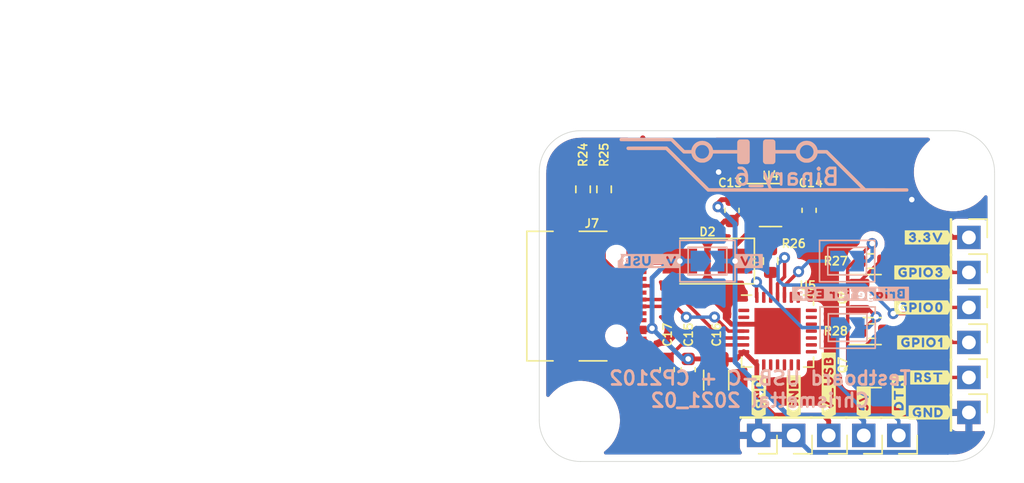
<source format=kicad_pcb>
(kicad_pcb (version 20210126) (generator pcbnew)
  (layers (0 "F.Cu" signal) (31 "B.Cu" jumper) (34 "B.Paste" user) (35 "F.Paste" user) (36 "B.SilkS" user "B.Silkscreen") (37 "F.SilkS" user "F.Silkscreen") (38 "B.Mask" user) (39 "F.Mask" user) (44 "Edge.Cuts" user))
  (net 0 "")
  (net 1 "GND")
  (net 2 "+5V")
  (net 3 "+3V3")
  (net 4 "VBUS")
  (net 5 "Net-(C17-Pad2)")
  (net 7 "Net-(J7-PadA5)")
  (net 8 "Net-(J7-PadA7)")
  (net 9 "Net-(J7-PadA6)")
  (net 11 "Net-(J7-PadB5)")
  (net 12 "DTR")
  (net 13 "GPIO1")
  (net 14 "GPIO3")
  (net 15 "RST")
  (net 16 "GPIO0")
  (net 17 "Net-(JP1-Pad1)")
  (net 18 "Net-(JP1-Pad2)")
  (net 19 "Net-(Q6-Pad1)")
  (net 20 "Net-(Q7-Pad1)")
  (net 21 "Net-(R26-Pad2)")
  (net 41 "Net-(JP3-Pad2)")
  (footprint "Capacitor_SMD:C_0603_1608Metric" (layer "F.Cu") (at 160.795 125.334 90)
    (fp_text reference "C15" (at 2.54 0.026 270) (layer "F.SilkS") (effects (font (size 0.6 0.6) (thickness 0.12))))
    (fp_text value "100nF")
    (pad "1" smd roundrect (at -0.775 0 90) (size 0.9 0.95) (layers "F.Cu" "F.Paste" "F.Mask") (net 1 "GND"))
    (pad "2" smd roundrect (at 0.775 0 90) (size 0.9 0.95) (layers "F.Cu" "F.Paste" "F.Mask") (net 4 "VBUS"))
  )
  (footprint "MeineBib:EigenesMountingHole_2.7mm_M2.5" (layer "F.Cu") (at 153 129)
    (fp_text reference "HO1" hide)
    (fp_text value "MountingHole")
    (pad "" np_thru_hole circle (at 0 0) (size 2.7 2.7) (drill 2.7) (layers *.Cu *.Mask) (clearance 1.5))
  )
  (footprint "MeineBib:EigenesMountingHole_2.7mm_M2.5" (layer "F.Cu") (at 180 111)
    (fp_text reference "HO2" hide)
    (fp_text value "MountingHole")
    (pad "" np_thru_hole circle (at 0 0) (size 2.7 2.7) (drill 2.7) (layers *.Cu *.Mask) (clearance 1.5))
  )
  (footprint "EigeneModule:PinheaderOwn" (layer "F.Cu") (at 173.5204 130.1092 180)
    (fp_text reference "J1" hide)
    (fp_text value "5V" hide)
    (pad "1" thru_hole rect (at 0 0 180) (size 1.7 1.7) (drill 1) (layers *.Cu *.Mask) (net 2 "+5V"))
  )
  (footprint "EigeneModule:PinheaderOwn" (layer "F.Cu") (at 170.9804 130.1092 180)
    (fp_text reference "J2" hide)
    (fp_text value "V_USB" hide)
    (pad "1" thru_hole rect (at 0 0 180) (size 1.7 1.7) (drill 1) (layers *.Cu *.Mask) (net 4 "VBUS"))
  )
  (footprint "EigeneModule:PinheaderOwn" (layer "F.Cu") (at 165.9004 130.1092 180)
    (fp_text reference "J4" hide)
    (fp_text value "GND" hide)
    (pad "1" thru_hole rect (at 0 0 180) (size 1.7 1.7) (drill 1) (layers *.Cu *.Mask) (net 1 "GND"))
  )
  (footprint "EigeneModule:PinheaderOwn" (layer "F.Cu") (at 168.4404 130.1092 180)
    (fp_text reference "J5" hide)
    (fp_text value "GND" hide)
    (pad "1" thru_hole rect (at 0 0 180) (size 1.7 1.7) (drill 1) (layers *.Cu *.Mask) (net 1 "GND"))
  )
  (footprint "EigeneModule:PinheaderOwn" (layer "F.Cu") (at 176.0604 130.1092 180)
    (fp_text reference "J8" hide)
    (fp_text value "DTR" hide)
    (pad "1" thru_hole rect (at 0 0 180) (size 1.7 1.7) (drill 1) (layers *.Cu *.Mask) (net 12 "DTR"))
  )
  (footprint "Package_TO_SOT_SMD:SOT-23" (layer "F.Cu") (at 174.13 120)
    (fp_text reference "Q6" (at -2.13 0 90) (layer "F.SilkS") (effects (font (size 0.6 0.6) (thickness 0.12))))
    (fp_text value "S8050_correctpins" hide)
    (pad "1" smd roundrect (at -0.9375 -0.95) (size 1.475 0.6) (layers "F.Cu" "F.Paste" "F.Mask") (net 19 "Net-(Q6-Pad1)"))
    (pad "2" smd roundrect (at -0.9375 0.95) (size 1.475 0.6) (layers "F.Cu" "F.Paste" "F.Mask") (net 41 "Net-(JP3-Pad2)"))
    (pad "3" smd roundrect (at 0.9375 0) (size 1.475 0.6) (layers "F.Cu" "F.Paste" "F.Mask") (net 16 "GPIO0"))
  )
  (footprint "Package_TO_SOT_SMD:SOT-23" (layer "F.Cu") (at 174.13 125.08)
    (fp_text reference "Q7" (at -2.13 -0.08 90) (layer "F.SilkS") (effects (font (size 0.6 0.6) (thickness 0.12))))
    (fp_text value "S8050_correctpins" hide)
    (pad "1" smd roundrect (at -0.9375 -0.95) (size 1.475 0.6) (layers "F.Cu" "F.Paste" "F.Mask") (net 20 "Net-(Q7-Pad1)"))
    (pad "2" smd roundrect (at -0.9375 0.95) (size 1.475 0.6) (layers "F.Cu" "F.Paste" "F.Mask") (net 18 "Net-(JP1-Pad2)"))
    (pad "3" smd roundrect (at 0.9375 0) (size 1.475 0.6) (layers "F.Cu" "F.Paste" "F.Mask") (net 15 "RST"))
  )
  (footprint "Resistor_SMD:R_0603_1608Metric" (layer "F.Cu") (at 166.764 117.46 -90)
    (fp_text reference "R26" (at -1.27 -1.677 180) (layer "F.SilkS") (effects (font (size 0.6 0.6) (thickness 0.12))))
    (fp_text value "470R")
    (pad "1" smd roundrect (at -0.825 0 270) (size 0.8 0.95) (layers "F.Cu" "F.Paste" "F.Mask") (net 14 "GPIO3"))
    (pad "2" smd roundrect (at 0.825 0 270) (size 0.8 0.95) (layers "F.Cu" "F.Paste" "F.Mask") (net 21 "Net-(R26-Pad2)"))
  )
  (footprint "Resistor_SMD:R_0603_1608Metric" (layer "F.Cu") (at 174.13 122.54)
    (fp_text reference "R28" (at -2.641 0) (layer "F.SilkS") (effects (font (size 0.6 0.6) (thickness 0.12))))
    (fp_text value "12k")
    (pad "1" smd roundrect (at -0.825 0) (size 0.8 0.95) (layers "F.Cu" "F.Paste" "F.Mask") (net 41 "Net-(JP3-Pad2)"))
    (pad "2" smd roundrect (at 0.825 0) (size 0.8 0.95) (layers "F.Cu" "F.Paste" "F.Mask") (net 20 "Net-(Q7-Pad1)"))
  )
  (footprint "Package_TO_SOT_SMD:SOT-23-5" (layer "F.Cu") (at 166.764 113.396)
    (fp_text reference "U4" (at 0 -2.121) (layer "F.SilkS") (effects (font (size 0.6 0.6) (thickness 0.12))))
    (fp_text value "TLV75533PDBVR")
    (pad "1" smd roundrect (at -1.1375 -0.95) (size 1.325 0.6) (layers "F.Cu" "F.Paste" "F.Mask") (net 2 "+5V"))
    (pad "2" smd roundrect (at -1.1375 0) (size 1.325 0.6) (layers "F.Cu" "F.Paste" "F.Mask") (net 1 "GND"))
    (pad "3" smd roundrect (at -1.1375 0.95) (size 1.325 0.6) (layers "F.Cu" "F.Paste" "F.Mask") (net 2 "+5V"))
    (pad "4" smd roundrect (at 1.1375 0.95) (size 1.325 0.6) (layers "F.Cu" "F.Paste" "F.Mask"))
    (pad "5" smd roundrect (at 1.1375 -0.95) (size 1.325 0.6) (layers "F.Cu" "F.Paste" "F.Mask") (net 3 "+3V3"))
  )
  (footprint "MeineBib:USB_C_Receptacle_XUNPU_TYPEC-304S-ACP16" (layer "F.Cu") (at 153 120 -90)
    (fp_text reference "J7" (at -5.272 -0.81 180) (layer "F.SilkS") (effects (font (size 0.6 0.6) (thickness 0.12))))
    (fp_text value "XUNPU TYPEC-304S-ACP16 ")
    (pad "" np_thru_hole circle (at 2.89 -2.6 270) (size 0.65 0.65) (drill 0.65) (layers *.Cu *.Mask))
    (pad "" np_thru_hole circle (at -2.89 -2.6 270) (size 0.65 0.65) (drill 0.65) (layers *.Cu *.Mask))
    (pad "A1" smd rect (at -3.25 -4.045 270) (size 0.6 1.45) (layers "F.Cu" "F.Paste" "F.Mask") (net 1 "GND"))
    (pad "A4" smd rect (at -2.45 -4.045 270) (size 0.6 1.45) (layers "F.Cu" "F.Paste" "F.Mask") (net 4 "VBUS"))
    (pad "A5" smd rect (at -1.25 -4.045 270) (size 0.3 1.45) (layers "F.Cu" "F.Paste" "F.Mask") (net 7 "Net-(J7-PadA5)"))
    (pad "A6" smd rect (at -0.25 -4.045 270) (size 0.3 1.45) (layers "F.Cu" "F.Paste" "F.Mask") (net 9 "Net-(J7-PadA6)"))
    (pad "A7" smd rect (at 0.25 -4.045 270) (size 0.3 1.45) (layers "F.Cu" "F.Paste" "F.Mask") (net 8 "Net-(J7-PadA7)"))
    (pad "A8" smd rect (at 1.25 -4.045 270) (size 0.3 1.45) (layers "F.Cu" "F.Paste" "F.Mask"))
    (pad "A9" smd rect (at 2.45 -4.045 270) (size 0.6 1.45) (layers "F.Cu" "F.Paste" "F.Mask") (net 4 "VBUS"))
    (pad "A12" smd rect (at 3.25 -4.045 270) (size 0.6 1.45) (layers "F.Cu" "F.Paste" "F.Mask") (net 1 "GND"))
    (pad "B1" smd rect (at 3.25 -4.045 270) (size 0.6 1.45) (layers "F.Cu" "F.Paste" "F.Mask") (net 1 "GND"))
    (pad "B4" smd rect (at 2.45 -4.045 270) (size 0.6 1.45) (layers "F.Cu" "F.Paste" "F.Mask") (net 4 "VBUS"))
    (pad "B5" smd rect (at 1.75 -4.045 270) (size 0.3 1.45) (layers "F.Cu" "F.Paste" "F.Mask") (net 11 "Net-(J7-PadB5)"))
    (pad "B6" smd rect (at 0.75 -4.045 270) (size 0.3 1.45) (layers "F.Cu" "F.Paste" "F.Mask") (net 9 "Net-(J7-PadA6)"))
    (pad "B7" smd rect (at -0.75 -4.045 270) (size 0.3 1.45) (layers "F.Cu" "F.Paste" "F.Mask") (net 8 "Net-(J7-PadA7)"))
    (pad "B8" smd rect (at -1.75 -4.045 270) (size 0.3 1.45) (layers "F.Cu" "F.Paste" "F.Mask"))
    (pad "B9" smd rect (at -2.45 -4.045 270) (size 0.6 1.45) (layers "F.Cu" "F.Paste" "F.Mask") (net 4 "VBUS"))
    (pad "B12" smd rect (at -3.25 -4.045 270) (size 0.6 1.45) (layers "F.Cu" "F.Paste" "F.Mask") (net 1 "GND"))
    (pad "S1" smd roundrect (at -5.07 1.05 270) (size 1.8 1.2) (layers "F.Cu" "F.Paste" "F.Mask") (roundrect_rratio 0.1) (net 1 "GND"))
    (pad "S1" smd roundrect (at 5.07 -3.13 270) (size 1.8 1.45) (layers "F.Cu" "F.Paste" "F.Mask") (roundrect_rratio 0.1) (net 1 "GND"))
    (pad "S1" smd roundrect (at -5.07 -3.13 270) (size 1.8 1.45) (layers "F.Cu" "F.Paste" "F.Mask") (roundrect_rratio 0.1) (net 1 "GND"))
    (pad "S1" smd roundrect (at 5.07 1.05 270) (size 1.8 1.2) (layers "F.Cu" "F.Paste" "F.Mask") (roundrect_rratio 0.1) (net 1 "GND"))
  )
  (footprint "Package_DFN_QFN:QFN-28-1EP_5x5mm_P0.5mm_EP3.35x3.35mm" (layer "F.Cu") (at 167.272 122.54)
    (fp_text reference "U5" (at 2.185 -3.302) (layer "F.SilkS") (effects (font (size 0.6 0.6) (thickness 0.12))))
    (fp_text value "CP2102N-A01-GQFN28")
    (pad "1" smd roundrect (at -2.45 -1.5) (size 0.8 0.25) (layers "F.Cu" "F.Paste" "F.Mask"))
    (pad "2" smd roundrect (at -2.45 -1) (size 0.8 0.25) (layers "F.Cu" "F.Paste" "F.Mask"))
    (pad "3" smd roundrect (at -2.45 -0.5) (size 0.8 0.25) (layers "F.Cu" "F.Paste" "F.Mask") (net 1 "GND"))
    (pad "4" smd roundrect (at -2.45 0) (size 0.8 0.25) (layers "F.Cu" "F.Paste" "F.Mask") (net 9 "Net-(J7-PadA6)"))
    (pad "5" smd roundrect (at -2.45 0.5) (size 0.8 0.25) (layers "F.Cu" "F.Paste" "F.Mask") (net 8 "Net-(J7-PadA7)"))
    (pad "6" smd roundrect (at -2.45 1) (size 0.8 0.25) (layers "F.Cu" "F.Paste" "F.Mask") (net 5 "Net-(C17-Pad2)"))
    (pad "7" smd roundrect (at -2.45 1.5) (size 0.8 0.25) (layers "F.Cu" "F.Paste" "F.Mask") (net 4 "VBUS"))
    (pad "8" smd roundrect (at -1.5 2.45) (size 0.25 0.8) (layers "F.Cu" "F.Paste" "F.Mask") (net 4 "VBUS"))
    (pad "9" smd roundrect (at -1 2.45) (size 0.25 0.8) (layers "F.Cu" "F.Paste" "F.Mask"))
    (pad "10" smd roundrect (at -0.5 2.45) (size 0.25 0.8) (layers "F.Cu" "F.Paste" "F.Mask"))
    (pad "11" smd roundrect (at 0 2.45) (size 0.25 0.8) (layers "F.Cu" "F.Paste" "F.Mask"))
    (pad "12" smd roundrect (at 0.5 2.45) (size 0.25 0.8) (layers "F.Cu" "F.Paste" "F.Mask"))
    (pad "13" smd roundrect (at 1 2.45) (size 0.25 0.8) (layers "F.Cu" "F.Paste" "F.Mask"))
    (pad "14" smd roundrect (at 1.5 2.45) (size 0.25 0.8) (layers "F.Cu" "F.Paste" "F.Mask"))
    (pad "15" smd roundrect (at 2.45 1.5) (size 0.8 0.25) (layers "F.Cu" "F.Paste" "F.Mask"))
    (pad "16" smd roundrect (at 2.45 1) (size 0.8 0.25) (layers "F.Cu" "F.Paste" "F.Mask"))
    (pad "17" smd roundrect (at 2.45 0.5) (size 0.8 0.25) (layers "F.Cu" "F.Paste" "F.Mask"))
    (pad "18" smd roundrect (at 2.45 0) (size 0.8 0.25) (layers "F.Cu" "F.Paste" "F.Mask"))
    (pad "19" smd roundrect (at 2.45 -0.5) (size 0.8 0.25) (layers "F.Cu" "F.Paste" "F.Mask"))
    (pad "20" smd roundrect (at 2.45 -1) (size 0.8 0.25) (layers "F.Cu" "F.Paste" "F.Mask"))
    (pad "21" smd roundrect (at 2.45 -1.5) (size 0.8 0.25) (layers "F.Cu" "F.Paste" "F.Mask"))
    (pad "22" smd roundrect (at 1.5 -2.45) (size 0.25 0.8) (layers "F.Cu" "F.Paste" "F.Mask"))
    (pad "23" smd roundrect (at 1 -2.45) (size 0.25 0.8) (layers "F.Cu" "F.Paste" "F.Mask"))
    (pad "24" smd roundrect (at 0.5 -2.45) (size 0.25 0.8) (layers "F.Cu" "F.Paste" "F.Mask") (net 17 "Net-(JP1-Pad1)"))
    (pad "25" smd roundrect (at 0 -2.45) (size 0.25 0.8) (layers "F.Cu" "F.Paste" "F.Mask") (net 13 "GPIO1"))
    (pad "26" smd roundrect (at -0.5 -2.45) (size 0.25 0.8) (layers "F.Cu" "F.Paste" "F.Mask") (net 21 "Net-(R26-Pad2)"))
    (pad "27" smd roundrect (at -1 -2.45) (size 0.25 0.8) (layers "F.Cu" "F.Paste" "F.Mask"))
    (pad "28" smd roundrect (at -1.5 -2.45) (size 0.25 0.8) (layers "F.Cu" "F.Paste" "F.Mask") (net 12 "DTR"))
    (pad "29" smd rect (at 0 0) (size 3.35 3.35) (layers "F.Cu" "F.Mask") (net 1 "GND"))
  )
  (footprint "Resistor_SMD:R_0603_1608Metric" (layer "F.Cu") (at 174.067 117.46)
    (fp_text reference "R27" (at -2.578 0) (layer "F.SilkS") (effects (font (size 0.6 0.6) (thickness 0.12))))
    (fp_text value "12k")
    (pad "1" smd roundrect (at -0.825 0) (size 0.8 0.95) (layers "F.Cu" "F.Paste" "F.Mask") (net 18 "Net-(JP1-Pad2)"))
    (pad "2" smd roundrect (at 0.825 0) (size 0.8 0.95) (layers "F.Cu" "F.Paste" "F.Mask") (net 19 "Net-(Q6-Pad1)"))
  )
  (footprint "Capacitor_SMD:C_0603_1608Metric" (layer "F.Cu") (at 169.558 113.777 -90)
    (fp_text reference "C14" (at -1.994 -0.127 180) (layer "F.SilkS") (effects (font (size 0.6 0.6) (thickness 0.12))))
    (fp_text value "1uF")
    (pad "1" smd roundrect (at -0.775 0 270) (size 0.9 0.95) (layers "F.Cu" "F.Paste" "F.Mask") (net 3 "+3V3"))
    (pad "2" smd roundrect (at 0.775 0 270) (size 0.9 0.95) (layers "F.Cu" "F.Paste" "F.Mask") (net 1 "GND"))
  )
  (footprint "Capacitor_SMD:C_0603_1608Metric" (layer "F.Cu") (at 163.97 113.777 -90)
    (fp_text reference "C13" (at -1.994 0.127 180) (layer "F.SilkS") (effects (font (size 0.6 0.6) (thickness 0.12))))
    (fp_text value "1uF")
    (pad "1" smd roundrect (at -0.775 0 270) (size 0.9 0.95) (layers "F.Cu" "F.Paste" "F.Mask") (net 2 "+5V"))
    (pad "2" smd roundrect (at 0.775 0 270) (size 0.9 0.95) (layers "F.Cu" "F.Paste" "F.Mask") (net 1 "GND"))
  )
  (footprint "Resistor_SMD:R_0603_1608Metric" (layer "F.Cu") (at 154.699 112.253 90)
    (fp_text reference "R25" (at 2.502 0 90) (layer "F.SilkS") (effects (font (size 0.6 0.6) (thickness 0.12))))
    (fp_text value "5.1K")
    (pad "1" smd roundrect (at -0.825 0 90) (size 0.8 0.95) (layers "F.Cu" "F.Paste" "F.Mask") (net 7 "Net-(J7-PadA5)"))
    (pad "2" smd roundrect (at 0.825 0 90) (size 0.8 0.95) (layers "F.Cu" "F.Paste" "F.Mask") (net 1 "GND"))
  )
  (footprint "Diode_SMD:D_SMA" (layer "F.Cu") (at 162.192 117.46 180)
    (fp_text reference "D2" (at 0 2.121) (layer "F.SilkS") (effects (font (size 0.6 0.6) (thickness 0.12))))
    (fp_text value "SS14")
    (pad "1" smd rect (at -2 0 180) (size 2.5 1.8) (layers "F.Cu" "F.Paste" "F.Mask") (net 2 "+5V"))
    (pad "2" smd rect (at 2 0 180) (size 2.5 1.8) (layers "F.Cu" "F.Paste" "F.Mask") (net 4 "VBUS"))
  )
  (footprint "Capacitor_SMD:C_1206_3216Metric" (layer "F.Cu") (at 162.827 126.096 -90)
    (fp_text reference "C16" (at -3.302 -0.026 -90) (layer "F.SilkS") (effects (font (size 0.6 0.6) (thickness 0.12))))
    (fp_text value "10uF")
    (pad "1" smd roundrect (at -1.475 0 270) (size 1.15 1.8) (layers "F.Cu" "F.Paste" "F.Mask") (roundrect_rratio 0.217391) (net 4 "VBUS"))
    (pad "2" smd roundrect (at 1.475 0 270) (size 1.15 1.8) (layers "F.Cu" "F.Paste" "F.Mask") (roundrect_rratio 0.217391) (net 1 "GND"))
  )
  (footprint "Resistor_SMD:R_0603_1608Metric" (layer "F.Cu") (at 153.175 112.253 90)
    (fp_text reference "R24" (at 2.502 0 90) (layer "F.SilkS") (effects (font (size 0.6 0.6) (thickness 0.12))))
    (fp_text value "5.1K")
    (pad "1" smd roundrect (at -0.825 0 90) (size 0.8 0.95) (layers "F.Cu" "F.Paste" "F.Mask") (net 11 "Net-(J7-PadB5)"))
    (pad "2" smd roundrect (at 0.825 0 90) (size 0.8 0.95) (layers "F.Cu" "F.Paste" "F.Mask") (net 1 "GND"))
  )
  (footprint "Capacitor_SMD:C_0603_1608Metric" (layer "F.Cu") (at 159.271 125.334 90)
    (fp_text reference "C17" (at 2.54 0.026 270) (layer "F.SilkS") (effects (font (size 0.6 0.6) (thickness 0.12))))
    (fp_text value "100nF")
    (pad "1" smd roundrect (at -0.775 0 90) (size 0.9 0.95) (layers "F.Cu" "F.Paste" "F.Mask") (net 1 "GND"))
    (pad "2" smd roundrect (at 0.775 0 90) (size 0.9 0.95) (layers "F.Cu" "F.Paste" "F.Mask") (net 5 "Net-(C17-Pad2)"))
  )
  (footprint "EigeneModule:PinheaderOwn" (layer "F.Cu") (at 181.1404 115.744 -90)
    (fp_text reference "J3" hide)
    (fp_text value "3.3V" hide)
    (pad "1" thru_hole rect (at 0 0 270) (size 1.7 1.7) (drill 1) (layers *.Cu *.Mask) (net 3 "+3V3"))
  )
  (footprint "EigeneModule:PinheaderOwn" (layer "F.Cu") (at 181.1404 125.904 -90)
    (fp_text reference "J11" hide)
    (fp_text value "ESP_RST" hide)
    (pad "1" thru_hole rect (at 0 0 270) (size 1.7 1.7) (drill 1) (layers *.Cu *.Mask) (net 15 "RST"))
  )
  (footprint "EigeneModule:PinheaderOwn" (layer "F.Cu") (at 181.1404 123.364 -90)
    (fp_text reference "J9" hide)
    (fp_text value "RXD" hide)
    (pad "1" thru_hole rect (at 0 0 270) (size 1.7 1.7) (drill 1) (layers *.Cu *.Mask) (net 13 "GPIO1"))
  )
  (footprint "EigeneModule:PinheaderOwn" (layer "F.Cu") (at 181.1404 128.444 -90)
    (fp_text reference "J6" hide)
    (fp_text value "GND" hide)
    (pad "1" thru_hole rect (at 0 0 270) (size 1.7 1.7) (drill 1) (layers *.Cu *.Mask) (net 1 "GND"))
  )
  (footprint "EigeneModule:PinheaderOwn" (layer "F.Cu") (at 181.1404 118.284 -90)
    (fp_text reference "J10" hide)
    (fp_text value "TXD" hide)
    (pad "1" thru_hole rect (at 0 0 270) (size 1.7 1.7) (drill 1) (layers *.Cu *.Mask) (net 14 "GPIO3"))
  )
  (footprint "EigeneModule:PinheaderOwn" (layer "F.Cu") (at 181.1404 120.824 -90)
    (fp_text reference "J12" hide)
    (fp_text value "ESP_GPIO0" hide)
    (pad "1" thru_hole rect (at 0 0 270) (size 1.7 1.7) (drill 1) (layers *.Cu *.Mask) (net 16 "GPIO0"))
  )
  (footprint "buzzardLabel" (layer "F.Cu") (at 179.8704 123.364)
    (fp_text reference "" (at 0 0) (layer "F.SilkS") (effects (font (size 1.27 1.27))))
    (fp_text value "" (at 0 0) (layer "F.SilkS") (effects (font (size 1.27 1.27))))
  )
  (footprint "buzzardLabel" (layer "F.Cu") (at 179.8704 125.904)
    (fp_text reference "" (at 0 0) (layer "F.SilkS") (effects (font (size 1.27 1.27))))
    (fp_text value "" (at 0 0) (layer "F.SilkS") (effects (font (size 1.27 1.27))))
  )
  (footprint "buzzardLabel" (layer "F.Cu") (at 176.0604 128.8392 90)
    (fp_text reference "" (at 0 0 90) (layer "F.SilkS") (effects (font (size 1.27 1.27))))
    (fp_text value "" (at 0 0 90) (layer "F.SilkS") (effects (font (size 1.27 1.27))))
  )
  (footprint "buzzardLabel" (layer "F.Cu") (at 179.8704 115.744)
    (fp_text reference "" (at 0 0) (layer "F.SilkS") (effects (font (size 1.27 1.27))))
    (fp_text value "" (at 0 0) (layer "F.SilkS") (effects (font (size 1.27 1.27))))
  )
  (footprint "buzzardLabel" (layer "F.Cu") (at 173.5204 128.8392 90)
    (fp_text reference "" (at 0 0 90) (layer "F.SilkS") (effects (font (size 1.27 1.27))))
    (fp_text value "" (at 0 0 90) (layer "F.SilkS") (effects (font (size 1.27 1.27))))
  )
  (footprint "buzzardLabel" (layer "F.Cu") (at 170.9804 128.8392 90)
    (fp_text reference "" (at 0 0 90) (layer "F.SilkS") (effects (font (size 1.27 1.27))))
    (fp_text value "" (at 0 0 90) (layer "F.SilkS") (effects (font (size 1.27 1.27))))
  )
  (footprint "buzzardLabel" (layer "F.Cu") (at 165.9004 128.8392 90)
    (fp_text reference "" (at 0 0 90) (layer "F.SilkS") (effects (font (size 1.27 1.27))))
    (fp_text value "" (at 0 0 90) (layer "F.SilkS") (effects (font (size 1.27 1.27))))
  )
  (footprint "Symbol:Symbol_Danger_CopperTop_Small" (layer "F.Cu") (at 159.792 111.96 90)
    (fp_text reference "REF**" hide)
    (fp_text value "Symbol_Danger_CopperTop_Small")
    (fp_line (start -2.667 2.032) (end -2.667 2.54) (layer "F.Cu") (width 0.381))
    (fp_line (start 2.159 0.508) (end 1.651 0.762) (layer "F.Cu") (width 0.381))
    (fp_line (start 2.413 -0.762) (end 2.54 -0.381) (layer "F.Cu") (width 0.381))
    (fp_line (start 2.413 0.381) (end 2.159 0.508) (layer "F.Cu") (width 0.381))
    (fp_line (start 2.286 -1.651) (end 2.921 -2.159) (layer "F.Cu") (width 0.381))
    (fp_line (start -1.651 -1.905) (end -1.016 -2.286) (layer "F.Cu") (width 0.381))
    (fp_line (start -2.667 2.032) (end -3.048 2.032) (layer "F.Cu") (width 0.381))
    (fp_line (start -2.413 -1.651) (end -2.921 -2.032) (layer "F.Cu") (width 0.381))
    (fp_line (start 2.667 2.032) (end 2.667 2.413) (layer "F.Cu") (width 0.381))
    (fp_line (start 0.127 1.27) (end 0.127 1.524) (layer "F.Cu") (width 0.381))
    (fp_line (start -1.651 1.143) (end -2.667 2.032) (layer "F.Cu") (width 0.381))
    (fp_line (start 2.667 2.032) (end 2.921 2.032) (layer "F.Cu") (width 0.381))
    (fp_line (start 0.254 0.381) (end -0.254 0.381) (layer "F.Cu") (width 0.381))
    (fp_line (start 1.397 -2.159) (end 1.905 -1.651) (layer "F.Cu") (width 0.381))
    (fp_line (start -2.54 0) (end -2.54 -0.254) (layer "F.Cu") (width 0.381))
    (fp_line (start -2.54 0) (end -2.413 0.254) (layer "F.Cu") (width 0.381))
    (fp_line (start 2.921 -2.159) (end 2.921 -2.667) (layer "F.Cu") (width 0.381))
    (fp_line (start 0.635 2.413) (end 0.127 2.54) (layer "F.Cu") (width 0.381))
    (fp_line (start -1.143 0.762) (end -0.762 0.762) (layer "F.Cu") (width 0.381))
    (fp_line (start 2.159 -1.27) (end 2.413 -0.762) (layer "F.Cu") (width 0.381))
    (fp_line (start -0.381 -2.54) (end 0.127 -2.54) (layer "F.Cu") (width 0.381))
    (fp_line (start 1.143 1.524) (end 1.143 1.905) (layer "F.Cu") (width 0.381))
    (fp_line (start 2.54 -0.381) (end 2.54 0) (layer "F.Cu") (width 0.381))
    (fp_line (start -2.921 -2.032) (end -3.302 -1.905) (layer "F.Cu") (width 0.381))
    (fp_line (start -0.254 0.381) (end 0 -0.381) (layer "F.Cu") (width 0.381))
    (fp_line (start -2.54 -0.254) (end -2.413 -0.762) (layer "F.Cu") (width 0.381))
    (fp_line (start 2.921 -2.159) (end 3.429 -2.286) (layer "F.Cu") (width 0.381))
    (fp_line (start -2.413 -0.762) (end -2.159 -1.397) (layer "F.Cu") (width 0.381))
    (fp_line (start 1.27 0.762) (end 0.889 0.762) (layer "F.Cu") (width 0.381))
    (fp_line (start -1.016 1.905) (end -1.016 1.524) (layer "F.Cu") (width 0.381))
    (fp_line (start 1.905 -1.651) (end 2.159 -1.27) (layer "F.Cu") (width 0.381))
    (fp_line (start -1.778 0.635) (end -1.143 0.762) (layer "F.Cu") (width 0.381))
    (fp_line (start 0.635 1.143) (end 0.635 1.651) (layer "F.Cu") (width 0.381))
    (fp_line (start 1.016 2.286) (end 0.635 2.413) (layer "F.Cu") (width 0.381))
    (fp_line (start 1.778 1.143) (end 2.667 2.032) (layer "F.Cu") (width 0.381))
    (fp_line (start 2.54 0) (end 2.413 0.381) (layer "F.Cu") (width 0.381))
    (fp_line (start -0.635 2.413) (end -0.254 2.54) (layer "F.Cu") (width 0.381))
    (fp_line (start -1.016 -2.286) (end -0.381 -2.54) (layer "F.Cu") (width 0.381))
    (fp_line (start -2.159 -1.397) (end -1.651 -1.905) (layer "F.Cu") (width 0.381))
    (fp_line (start -0.508 1.143) (end 0.635 1.143) (layer "F.Cu") (width 0.381))
    (fp_line (start -1.016 1.905) (end -0.889 2.159) (layer "F.Cu") (width 0.381))
    (fp_line (start 0 -0.381) (end 0.254 0.381) (layer "F.Cu") (width 0.381))
    (fp_line (start 0.762 -2.413) (end 1.397 -2.159) (layer "F.Cu") (width 0.381))
    (fp_line (start -2.413 0.254) (end -2.286 0.508) (layer "F.Cu") (width 0.381))
    (fp_line (start -2.921 -2.032) (end -2.921 -2.413) (layer "F.Cu") (width 0.381))
    (fp_line (start 0.127 -2.54) (end 0.762 -2.413) (layer "F.Cu") (width 0.381))
    (fp_line (start 2.667 2.413) (end 2.794 2.413) (layer "F.Cu") (width 0.381))
    (fp_line (start 0.127 2.54) (end -0.254 2.54) (layer "F.Cu") (width 0.381))
    (fp_line (start -0.889 2.159) (end -0.635 2.413) (layer "F.Cu") (width 0.381))
    (fp_line (start 0.635 1.651) (end -0.508 1.651) (layer "F.Cu") (width 0.381))
    (fp_line (start 1.143 0.762) (end 1.143 1.524) (layer "F.Cu") (width 0.381))
    (fp_line (start -2.286 0.508) (end -1.778 0.635) (layer "F.Cu") (width 0.381))
    (fp_line (start -0.508 1.651) (end -0.508 1.143) (layer "F.Cu") (width 0.381))
    (fp_line (start 1.651 0.762) (end 1.27 0.762) (layer "F.Cu") (width 0.381))
    (fp_line (start 1.143 1.905) (end 1.016 2.286) (layer "F.Cu") (width 0.381))
    (fp_line (start -1.016 1.524) (end -1.016 0.762) (layer "F.Cu") (width 0.381))
    (fp_circle (center -1.016 -0.381) (end -1.27 -0.254) (layer "F.Cu") (width 0.381) (fill none))
    (fp_circle (center 1.016 -0.381) (end 1.27 -0.254) (layer "F.Cu") (width 0.381) (fill none))
  )
  (footprint "buzzardLabel" (layer "F.Cu") (at 179.8705 128.444)
    (fp_text reference "" (at 0 0) (layer "F.SilkS") (effects (font (size 1.27 1.27))))
    (fp_text value "" (at 0 0) (layer "F.SilkS") (effects (font (size 1.27 1.27))))
  )
  (footprint "buzzardLabel" (layer "F.Cu") (at 179.8704 118.284)
    (fp_text reference "" (at 0 0) (layer "F.SilkS") (effects (font (size 1.27 1.27))))
    (fp_text value "" (at 0 0) (layer "F.SilkS") (effects (font (size 1.27 1.27))))
  )
  (footprint "buzzardLabel" (layer "F.Cu") (at 179.8704 120.824)
    (fp_text reference "" (at 0 0) (layer "F.SilkS") (effects (font (size 1.27 1.27))))
    (fp_text value "" (at 0 0) (layer "F.SilkS") (effects (font (size 1.27 1.27))))
  )
  (footprint "buzzardLabel" (layer "F.Cu") (at 168.4404 128.8392 90)
    (fp_text reference "" (at 0 0 90) (layer "F.SilkS") (effects (font (size 1.27 1.27))))
    (fp_text value "" (at 0 0 90) (layer "F.SilkS") (effects (font (size 1.27 1.27))))
  )
  (footprint "Jumper:SolderJumper-2_P1.3mm_Open_TrianglePad1.0x1.5mm" (layer "B.Cu") (at 172.352 122.286)
    (fp_text reference "JP3" hide)
    (fp_text value "ESP_B")
    (pad "1" smd custom (at -0.725 0) (size 0.3 0.3) (layers "B.Cu" "B.Mask") (net 12 "DTR") (options (clearance outline) (anchor rect)) (primitives (gr_poly (pts (xy -0.5 0.75) (xy 0.5 0.75) (xy 1 0) (xy 0.5 -0.75) (xy -0.5 -0.75)) (width 0) (fill yes))))
    (pad "2" smd custom (at 0.725 0) (size 0.3 0.3) (layers "B.Cu" "B.Mask") (net 41 "Net-(JP3-Pad2)") (options (clearance outline) (anchor rect)) (primitives (gr_poly (pts (xy -0.65 0.75) (xy 0.5 0.75) (xy 0.5 -0.75) (xy -0.65 -0.75) (xy -0.15 0)) (width 0) (fill yes))))
  )
  (footprint "Jumper:SolderJumper-2_P1.3mm_Open_TrianglePad1.0x1.5mm" (layer "B.Cu") (at 172.315 117.46)
    (fp_text reference "JP1" hide)
    (fp_text value "ESP_A")
    (pad "1" smd custom (at -0.725 0) (size 0.3 0.3) (layers "B.Cu" "B.Mask") (net 17 "Net-(JP1-Pad1)") (options (clearance outline) (anchor rect)) (primitives (gr_poly (pts (xy -0.5 0.75) (xy 0.5 0.75) (xy 1 0) (xy 0.5 -0.75) (xy -0.5 -0.75)) (width 0) (fill yes))))
    (pad "2" smd custom (at 0.725 0) (size 0.3 0.3) (layers "B.Cu" "B.Mask") (net 18 "Net-(JP1-Pad2)") (options (clearance outline) (anchor rect)) (primitives (gr_poly (pts (xy -0.65 0.75) (xy 0.5 0.75) (xy 0.5 -0.75) (xy -0.65 -0.75) (xy -0.15 0)) (width 0) (fill yes))))
  )
  (footprint "Jumper:SolderJumper-2_P1.3mm_Open_TrianglePad1.0x1.5mm" (layer "B.Cu") (at 162.192 117.46)
    (fp_text reference "JP2" hide)
    (fp_text value "VBUS-5V bridge")
    (pad "1" smd custom (at -0.725 0) (size 0.3 0.3) (layers "B.Cu" "B.Mask") (net 4 "VBUS") (options (clearance outline) (anchor rect)) (primitives (gr_poly (pts (xy -0.5 0.75) (xy 0.5 0.75) (xy 1 0) (xy 0.5 -0.75) (xy -0.5 -0.75)) (width 0) (fill yes))))
    (pad "2" smd custom (at 0.725 0) (size 0.3 0.3) (layers "B.Cu" "B.Mask") (net 2 "+5V") (options (clearance outline) (anchor rect)) (primitives (gr_poly (pts (xy -0.65 0.75) (xy 0.5 0.75) (xy 0.5 -0.75) (xy -0.65 -0.75) (xy -0.15 0)) (width 0) (fill yes))))
  )
  (footprint "MeineBib:LOGO" (layer "B.Cu") (at 166.3 110.5 180)
    (fp_text reference "LOGO1" hide)
    (fp_text value "Binary-6" hide)
  )
  (footprint "buzzardLabel" (layer "B.Cu") (at 155.4445 117.46 180)
    (fp_text reference "" (at 0 0) (layer "B.SilkS") (effects (font (size 1.27 1.27)) (justify mirror)))
    (fp_text value "" (at 0 0) (layer "B.SilkS") (effects (font (size 1.27 1.27)) (justify mirror)))
  )
  (footprint "buzzardLabel" (layer "B.Cu") (at 168.0775 119.83 180)
    (fp_text reference "" (at 0 0) (layer "B.SilkS") (effects (font (size 1.27 1.27)) (justify mirror)))
    (fp_text value "" (at 0 0) (layer "B.SilkS") (effects (font (size 1.27 1.27)) (justify mirror)))
  )
  (footprint "buzzardLabel" (layer "B.Cu") (at 165.192 117.46 180)
    (fp_text reference "" (at 0 0) (layer "B.SilkS") (effects (font (size 1.27 1.27)) (justify mirror)))
    (fp_text value "" (at 0 0) (layer "B.SilkS") (effects (font (size 1.27 1.27)) (justify mirror)))
  )
  (gr_rect (start 170.315 115.96) (end 174.315 118.96) (layer "B.SilkS") (width 0.12) (fill none))
  (gr_rect (start 160.192 115.96) (end 164.192 118.96) (layer "B.SilkS") (width 0.12) (fill none))
  (gr_rect (start 170.352 120.786) (end 174.352 123.786) (layer "B.SilkS") (width 0.12) (fill none))
  (gr_line (start 150 129) (end 150 120) (layer "Edge.Cuts") (width 0.05))
  (gr_arc (start 180 129) (end 183 129) (angle 90) (layer "Edge.Cuts") (width 0.05))
  (gr_arc (start 153 111) (end 150 111) (angle 90) (layer "Edge.Cuts") (width 0.05))
  (gr_line (start 153 108) (end 180 108) (layer "Edge.Cuts") (width 0.05))
  (gr_arc (start 153 129) (end 153 132) (angle 90) (layer "Edge.Cuts") (width 0.05))
  (gr_line (start 180 132) (end 153 132) (layer "Edge.Cuts") (width 0.05))
  (gr_line (start 183 111) (end 183 129) (layer "Edge.Cuts") (width 0.05))
  (gr_line (start 150 120) (end 150 111) (layer "Edge.Cuts") (width 0.05))
  (gr_arc (start 180 111) (end 180 108) (angle 90) (layer "Edge.Cuts") (width 0.05))
  (gr_text "Testboard USB-C + CP2102\nChrismettal 2021_02" (at 166 126.76) (layer "B.SilkS") (effects (font (size 1 1) (thickness 0.2)) (justify mirror)))
  (segment (start 163.97 114.552) (end 165.126 113.396) (width 0.35) (layer "F.Cu") (net 1))
  (segment (start 168.410999 113.645999) (end 168.651999 113.645999) (width 0.35) (layer "F.Cu") (net 1))
  (segment (start 165.9004 128.5344) (end 165.9004 130.1092) (width 0.35) (layer "F.Cu") (net 1))
  (segment (start 168.651999 113.645999) (end 169.558 114.552) (width 0.35) (layer "F.Cu") (net 1))
  (segment (start 155.398 111.428) (end 154.699 111.428) (width 0.35) (layer "F.Cu") (net 1))
  (segment (start 162.827 126.604) (end 162.827 127.571) (width 0.35) (layer "F.Cu") (net 1))
  (segment (start 163.449 114.552) (end 163.97 114.552) (width 0.35) (layer "F.Cu") (net 1))
  (segment (start 163.479654 121.147346) (end 162.192 119.859692) (width 0.35) (layer "F.Cu") (net 1))
  (segment (start 162.192 119.859692) (end 162.192 115.809) (width 0.35) (layer "F.Cu") (net 1))
  (segment (start 164.822 122.04) (end 163.932426 122.04) (width 0.35) (layer "F.Cu") (net 1))
  (segment (start 158.255 123.81) (end 158.255 125.715) (width 0.35) (layer "F.Cu") (net 1))
  (segment (start 165.126 113.396) (end 165.664 113.396) (width 0.35) (layer "F.Cu") (net 1))
  (segment (start 162.827 127.571) (end 164.937 127.571) (width 0.35) (layer "F.Cu") (net 1))
  (segment (start 151.95 125.07) (end 156.13 125.07) (width 0.35) (layer "F.Cu") (net 1))
  (segment (start 155.398 111.428) (end 156.13 112.16) (width 0.35) (layer "F.Cu") (net 1))
  (segment (start 156.13 114.93) (end 156.13 112.16) (width 0.35) (layer "F.Cu") (net 1))
  (segment (start 162.192 115.809) (end 163.449 114.552) (width 0.35) (layer "F.Cu") (net 1))
  (segment (start 165.9004 130.1092) (end 168.4404 130.1092) (width 0.35) (layer "F.Cu") (net 1))
  (segment (start 156.13 115.97) (end 156.13 114.93) (width 0.35) (layer "F.Cu") (net 1))
  (segment (start 152.73 111.428) (end 153.175 111.428) (width 0.35) (layer "F.Cu") (net 1))
  (segment (start 159.271 126.109) (end 160.795 126.109) (width 0.35) (layer "F.Cu") (net 1))
  (segment (start 151.95 112.208) (end 152.73 111.428) (width 0.35) (layer "F.Cu") (net 1))
  (segment (start 165.664 113.396) (end 168.161 113.396) (width 0.35) (layer "F.Cu") (net 1))
  (segment (start 162.332 126.109) (end 162.827 126.604) (width 0.35) (layer "F.Cu") (net 1))
  (segment (start 164.822 122.04) (end 166.772 122.04) (width 0.35) (layer "F.Cu") (net 1))
  (segment (start 156.13 124.03) (end 156.13 125.07) (width 0.35) (layer "F.Cu") (net 1))
  (segment (start 160.795 126.109) (end 162.332 126.109) (width 0.35) (layer "F.Cu") (net 1))
  (segment (start 157.045 116.75) (end 157.695 116.75) (width 0.35) (layer "F.Cu") (net 1))
  (segment (start 163.479654 121.587228) (end 163.479654 121.147346) (width 0.35) (layer "F.Cu") (net 1))
  (segment (start 158.636 115.809) (end 162.192 115.809) (width 0.35) (layer "F.Cu") (net 1))
  (segment (start 158.255 125.715) (end 158.649 126.109) (width 0.35) (layer "F.Cu") (net 1))
  (segment (start 157.695 123.25) (end 158.255 123.81) (width 0.35) (layer "F.Cu") (net 1))
  (segment (start 151.95 114.93) (end 151.95 125.07) (width 0.35) (layer "F.Cu") (net 1))
  (segment (start 153.175 111.428) (end 154.699 111.428) (width 0.35) (layer "F.Cu") (net 1))
  (segment (start 156.91 116.75) (end 156.13 115.97) (width 0.35) (layer "F.Cu") (net 1))
  (segment (start 163.932426 122.04) (end 163.479654 121.587228) (width 0.35) (layer "F.Cu") (net 1))
  (segment (start 157.695 116.75) (end 158.636 115.809) (width 0.35) (layer "F.Cu") (net 1))
  (segment (start 164.937 127.571) (end 165.9004 128.5344) (width 0.35) (layer "F.Cu") (net 1))
  (segment (start 156.91 123.25) (end 156.13 124.03) (width 0.35) (layer "F.Cu") (net 1))
  (segment (start 151.95 114.93) (end 151.95 112.208) (width 0.35) (layer "F.Cu") (net 1))
  (segment (start 157.045 123.25) (end 157.695 123.25) (width 0.35) (layer "F.Cu") (net 1))
  (segment (start 158.649 126.109) (end 159.271 126.109) (width 0.35) (layer "F.Cu") (net 1))
  (segment (start 168.161 113.396) (end 168.410999 113.645999) (width 0.35) (layer "F.Cu") (net 1))
  (via (at 177 113) (size 0.8) (drill 0.4) (layers "F.Cu" "B.Cu") (net 1))
  (via (at 163 111) (size 0.8) (drill 0.4) (layers "F.Cu" "B.Cu") (net 1))
  (segment (start 181.1404 129.8156) (end 181.1404 128.444) (width 0.35) (layer "B.Cu") (net 1))
  (segment (start 169.665411 131.334211) (end 179.621789 131.334211) (width 0.35) (layer "B.Cu") (net 1))
  (segment (start 179.621789 131.334211) (end 181.1404 129.8156) (width 0.35) (layer "B.Cu") (net 1))
  (segment (start 168.4404 130.1092) (end 169.665411 131.334211) (width 0.35) (layer "B.Cu") (net 1))
  (segment (start 164.526 112.446) (end 165.664 112.446) (width 0.35) (layer "F.Cu") (net 2))
  (segment (start 165.664 114.877) (end 165.664 114.346) (width 0.35) (layer "F.Cu") (net 2))
  (segment (start 162.954 113.523) (end 162.954 113.269) (width 0.35) (layer "F.Cu") (net 2))
  (segment (start 164.192 116.349) (end 165.664 114.877) (width 0.35) (layer "F.Cu") (net 2))
  (segment (start 164.192 117.46) (end 164.192 116.349) (width 0.35) (layer "F.Cu") (net 2))
  (segment (start 162.954 113.269) (end 163.221 113.002) (width 0.35) (layer "F.Cu") (net 2))
  (segment (start 163.221 113.002) (end 163.97 113.002) (width 0.35) (layer "F.Cu") (net 2))
  (segment (start 163.97 113.002) (end 164.526 112.446) (width 0.35) (layer "F.Cu") (net 2))
  (via (at 162.954 113.523) (size 0.8) (drill 0.4) (layers "F.Cu" "B.Cu") (net 2))
  (via (at 164.192 117.46) (size 0.8) (drill 0.4) (layers "F.Cu" "B.Cu") (net 2))
  (segment (start 173.5204 129.0424) (end 173.5204 130.1092) (width 0.35) (layer "B.Cu") (net 2))
  (segment (start 173.114 128.636) (end 173.5204 129.0424) (width 0.35) (layer "B.Cu") (net 2))
  (segment (start 164.192 114.761) (end 162.954 113.523) (width 0.35) (layer "B.Cu") (net 2))
  (segment (start 162.917 117.46) (end 164.192 117.46) (width 0.35) (layer "B.Cu") (net 2))
  (segment (start 164.192 117.46) (end 164.192 124.794) (width 0.35) (layer "B.Cu") (net 2))
  (segment (start 168.034 128.636) (end 173.114 128.636) (width 0.35) (layer "B.Cu") (net 2))
  (segment (start 164.192 117.46) (end 164.192 114.761) (width 0.35) (layer "B.Cu") (net 2))
  (segment (start 164.192 124.794) (end 168.034 128.636) (width 0.35) (layer "B.Cu") (net 2))
  (segment (start 179.148 114.92) (end 179.972 115.744) (width 0.35) (layer "F.Cu") (net 3))
  (segment (start 176.162 114.92) (end 179.148 114.92) (width 0.35) (layer "F.Cu") (net 3))
  (segment (start 168.1 112.446) (end 168.656 113.002) (width 0.35) (layer "F.Cu") (net 3))
  (segment (start 174.244 113.002) (end 176.162 114.92) (width 0.35) (layer "F.Cu") (net 3))
  (segment (start 179.972 115.744) (end 181.1404 115.744) (width 0.35) (layer "F.Cu") (net 3))
  (segment (start 168.656 113.002) (end 169.558 113.002) (width 0.35) (layer "F.Cu") (net 3))
  (segment (start 169.558 113.002) (end 174.244 113.002) (width 0.35) (layer "F.Cu") (net 3))
  (segment (start 164.241 124.621) (end 164.822 124.04) (width 0.35) (layer "F.Cu") (net 4))
  (segment (start 158.067931 122.45) (end 158.17801 122.339921) (width 0.35) (layer "F.Cu") (net 4))
  (segment (start 170.9804 129.0424) (end 170.9804 130.1092) (width 0.35) (layer "F.Cu") (net 4))
  (segment (start 170.574 128.636) (end 170.9804 129.0424) (width 0.35) (layer "F.Cu") (net 4))
  (segment (start 167.018 128.636) (end 170.574 128.636) (width 0.35) (layer "F.Cu") (net 4))
  (segment (start 160.795 124.559) (end 162.765 124.559) (width 0.35) (layer "F.Cu") (net 4))
  (segment (start 165.772 127.39) (end 167.018 128.636) (width 0.35) (layer "F.Cu") (net 4))
  (segment (start 157.045 122.45) (end 158.067931 122.45) (width 0.35) (layer "F.Cu") (net 4))
  (segment (start 157.045 117.55) (end 160.102 117.55) (width 0.35) (layer "F.Cu") (net 4))
  (segment (start 165.772 124.99) (end 165.772 127.39) (width 0.35) (layer "F.Cu") (net 4))
  (segment (start 165.772 124.99) (end 164.822 124.04) (width 0.35) (layer "F.Cu") (net 4))
  (segment (start 162.827 124.621) (end 164.241 124.621) (width 0.35) (layer "F.Cu") (net 4))
  (via (at 160.192 117.46) (size 0.8) (drill 0.4) (layers "F.Cu" "B.Cu") (net 4))
  (via (at 160.795 124.559) (size 0.8) (drill 0.4) (layers "F.Cu" "B.Cu") (net 4))
  (via (at 158.17801 122.339921) (size 0.8) (drill 0.4) (layers "F.Cu" "B.Cu") (net 4))
  (segment (start 160.192 117.46) (end 161.467 117.46) (width 0.35) (layer "B.Cu") (net 4))
  (segment (start 160.397089 124.559) (end 160.795 124.559) (width 0.35) (layer "B.Cu") (net 4))
  (segment (start 158.17801 118.67999) (end 159.398 117.46) (width 0.35) (layer "B.Cu") (net 4))
  (segment (start 158.17801 122.339921) (end 158.17801 118.67999) (width 0.35) (layer "B.Cu") (net 4))
  (segment (start 159.398 117.46) (end 160.192 117.46) (width 0.35) (layer "B.Cu") (net 4))
  (segment (start 158.17801 122.339921) (end 160.397089 124.559) (width 0.35) (layer "B.Cu") (net 4))
  (segment (start 160.29 123.54) (end 159.271 124.559) (width 0.25) (layer "F.Cu") (net 5))
  (segment (start 164.822 123.54) (end 160.29 123.54) (width 0.25) (layer "F.Cu") (net 5))
  (segment (start 156.116 118.75) (end 157.045 118.75) (width 0.25) (layer "F.Cu") (net 7))
  (segment (start 154.699 113.078) (end 154.699 117.333) (width 0.25) (layer "F.Cu") (net 7))
  (segment (start 154.699 117.333) (end 156.116 118.75) (width 0.25) (layer "F.Cu") (net 7))
  (segment (start 158.124 119.354) (end 158.124 120.25) (width 0.25) (layer "F.Cu") (net 8))
  (segment (start 158.02 119.25) (end 158.124 119.354) (width 0.25) (layer "F.Cu") (net 8))
  (segment (start 160.41 120.25) (end 163.2 123.04) (width 0.25) (layer "F.Cu") (net 8))
  (segment (start 163.2 123.04) (end 164.822 123.04) (width 0.25) (layer "F.Cu") (net 8))
  (segment (start 157.045 119.25) (end 158.02 119.25) (width 0.25) (layer "F.Cu") (net 8))
  (segment (start 157.045 120.25) (end 160.41 120.25) (width 0.25) (layer "F.Cu") (net 8))
  (segment (start 163.725306 122.54) (end 164.822 122.54) (width 0.25) (layer "F.Cu") (net 9))
  (segment (start 156.07 119.75) (end 155.994999 119.825001) (width 0.25) (layer "F.Cu") (net 9))
  (segment (start 156.084998 120.75) (end 157.045 120.75) (width 0.25) (layer "F.Cu") (net 9))
  (segment (start 162.704653 121.519347) (end 163.725306 122.54) (width 0.25) (layer "F.Cu") (net 9))
  (segment (start 155.994999 120.660001) (end 156.084998 120.75) (width 0.25) (layer "F.Cu") (net 9))
  (segment (start 155.994999 119.825001) (end 155.994999 120.660001) (width 0.25) (layer "F.Cu") (net 9))
  (segment (start 157.045 119.75) (end 156.07 119.75) (width 0.25) (layer "F.Cu") (net 9))
  (segment (start 157.045 120.75) (end 159.884694 120.75) (width 0.25) (layer "F.Cu") (net 9))
  (segment (start 159.884694 120.75) (end 160.663347 121.528653) (width 0.25) (layer "F.Cu") (net 9))
  (via (at 162.704653 121.519347) (size 0.8) (drill 0.4) (layers "F.Cu" "B.Cu") (net 9))
  (via (at 160.663347 121.528653) (size 0.8) (drill 0.4) (layers "F.Cu" "B.Cu") (net 9))
  (segment (start 160.663347 121.528653) (end 162.695347 121.528653) (width 0.25) (layer "B.Cu") (net 9))
  (segment (start 162.695347 121.528653) (end 162.704653 121.519347) (width 0.25) (layer "B.Cu") (net 9))
  (segment (start 155.941 121.75) (end 157.045 121.75) (width 0.25) (layer "F.Cu") (net 11))
  (segment (start 153.175 113.078) (end 153.175 118.984) (width 0.25) (layer "F.Cu") (net 11))
  (segment (start 153.175 118.984) (end 155.941 121.75) (width 0.25) (layer "F.Cu") (net 11))
  (segment (start 165.748 118.984) (end 165.748 120.066) (width 0.25) (layer "F.Cu") (net 12))
  (segment (start 165.748 120.066) (end 165.772 120.09) (width 0.25) (layer "F.Cu") (net 12))
  (via (at 165.748 118.984) (size 0.8) (drill 0.4) (layers "F.Cu" "B.Cu") (net 12))
  (segment (start 171.627 126.387) (end 173.876 128.636) (width 0.25) (layer "B.Cu") (net 12))
  (segment (start 171.627 122.286) (end 169.05 122.286) (width 0.25) (layer "B.Cu") (net 12))
  (segment (start 173.876 128.636) (end 175.654 128.636) (width 0.25) (layer "B.Cu") (net 12))
  (segment (start 175.654 128.636) (end 176.0604 129.0424) (width 0.25) (layer "B.Cu") (net 12))
  (segment (start 171.627 122.286) (end 171.627 126.387) (width 0.25) (layer "B.Cu") (net 12))
  (segment (start 176.0604 129.0424) (end 176.0604 130.1092) (width 0.25) (layer "B.Cu") (net 12))
  (segment (start 169.05 122.286) (end 165.748 118.984) (width 0.25) (layer "B.Cu") (net 12))
  (segment (start 178.9052 121.27) (end 179.6164 121.9812) (width 0.25) (layer "F.Cu") (net 13))
  (segment (start 179.9832 123.364) (end 181.1404 123.364) (width 0.25) (layer "F.Cu") (net 13))
  (segment (start 179.6164 122.9972) (end 179.9832 123.364) (width 0.25) (layer "F.Cu") (net 13))
  (segment (start 167.78 117.206) (end 167.78 118.60159) (width 0.25) (layer "F.Cu") (net 13))
  (segment (start 167.78 118.60159) (end 167.272 119.10959) (width 0.25) (layer "F.Cu") (net 13))
  (segment (start 175.654 121.27) (end 178.9052 121.27) (width 0.25) (layer "F.Cu") (net 13))
  (segment (start 179.6164 121.9812) (end 179.6164 122.9972) (width 0.25) (layer "F.Cu") (net 13))
  (segment (start 167.272 119.10959) (end 167.272 120.09) (width 0.25) (layer "F.Cu") (net 13))
  (via (at 175.654 121.27) (size 0.8) (drill 0.4) (layers "F.Cu" "B.Cu") (net 13))
  (via (at 167.78 117.206) (size 0.8) (drill 0.4) (layers "F.Cu" "B.Cu") (net 13))
  (segment (start 167.308999 117.677001) (end 167.78 117.206) (width 0.25) (layer "B.Cu") (net 13))
  (segment (start 167.685999 119.201001) (end 167.308999 118.824001) (width 0.25) (layer "B.Cu") (net 13))
  (segment (start 175.654 121.27) (end 173.585001 119.201001) (width 0.25) (layer "B.Cu") (net 13))
  (segment (start 173.585001 119.201001) (end 167.685999 119.201001) (width 0.25) (layer "B.Cu") (net 13))
  (segment (start 167.308999 118.824001) (end 167.308999 117.677001) (width 0.25) (layer "B.Cu") (net 13))
  (segment (start 179.718 118.03) (end 179.972 118.284) (width 0.25) (layer "F.Cu") (net 14))
  (segment (start 175.954888 115.420008) (end 178.632008 115.420008) (width 0.25) (layer "F.Cu") (net 14))
  (segment (start 166.764 116.635) (end 167.934001 115.464999) (width 0.25) (layer "F.Cu") (net 14))
  (segment (start 167.934001 115.464999) (end 169.897835 115.464999) (width 0.25) (layer "F.Cu") (net 14))
  (segment (start 179.972 118.284) (end 181.1404 118.284) (width 0.25) (layer "F.Cu") (net 14))
  (segment (start 178.632008 115.420008) (end 179.718 116.506) (width 0.25) (layer "F.Cu") (net 14))
  (segment (start 179.718 116.506) (end 179.718 118.03) (width 0.25) (layer "F.Cu") (net 14))
  (segment (start 171.860824 113.50201) (end 174.03689 113.50201) (width 0.25) (layer "F.Cu") (net 14))
  (segment (start 169.897835 115.464999) (end 171.860824 113.50201) (width 0.25) (layer "F.Cu") (net 14))
  (segment (start 174.03689 113.50201) (end 175.954888 115.420008) (width 0.25) (layer "F.Cu") (net 14))
  (segment (start 178.64 125.08) (end 179.464 125.904) (width 0.25) (layer "F.Cu") (net 15))
  (segment (start 179.464 125.904) (end 181.1404 125.904) (width 0.25) (layer "F.Cu") (net 15))
  (segment (start 175.13 125.08) (end 178.64 125.08) (width 0.25) (layer "F.Cu") (net 15))
  (segment (start 175.13 120) (end 178.894 120) (width 0.25) (layer "F.Cu") (net 16))
  (segment (start 178.894 120) (end 179.718 120.824) (width 0.25) (layer "F.Cu") (net 16))
  (segment (start 179.718 120.824) (end 181.1404 120.824) (width 0.25) (layer "F.Cu") (net 16))
  (segment (start 168.796 118.222) (end 167.772 119.246) (width 0.25) (layer "F.Cu") (net 17))
  (segment (start 167.772 119.246) (end 167.772 120.09) (width 0.25) (layer "F.Cu") (net 17))
  (via (at 168.796 118.222) (size 0.8) (drill 0.4) (layers "F.Cu" "B.Cu") (net 17))
  (segment (start 171.59 117.46) (end 169.558 117.46) (width 0.25) (layer "B.Cu") (net 17))
  (segment (start 168.796 118.222) (end 169.558 117.46) (width 0.25) (layer "B.Cu") (net 17))
  (segment (start 173.242 117.46) (end 173.242 117.078) (width 0.25) (layer "F.Cu") (net 18))
  (segment (start 172.842 117.46) (end 172.354999 117.947001) (width 0.25) (layer "F.Cu") (net 18))
  (segment (start 173.242 117.078) (end 174.13 116.19) (width 0.25) (layer "F.Cu") (net 18))
  (segment (start 173.242 117.46) (end 172.842 117.46) (width 0.25) (layer "F.Cu") (net 18))
  (segment (start 172.354999 125.254999) (end 173.13 126.03) (width 0.25) (layer "F.Cu") (net 18))
  (segment (start 172.354999 117.947001) (end 172.354999 125.254999) (width 0.25) (layer "F.Cu") (net 18))
  (via (at 174.13 116.19) (size 0.8) (drill 0.4) (layers "F.Cu" "B.Cu") (net 18))
  (segment (start 174.13 117.206) (end 173.876 117.46) (width 0.25) (layer "B.Cu") (net 18))
  (segment (start 173.876 117.46) (end 173.04 117.46) (width 0.25) (layer "B.Cu") (net 18))
  (segment (start 174.13 116.19) (end 174.13 117.206) (width 0.25) (layer "B.Cu") (net 18))
  (segment (start 174.72 117.46) (end 173.13 119.05) (width 0.25) (layer "F.Cu") (net 19))
  (segment (start 174.72 122.54) (end 173.13 124.13) (width 0.25) (layer "F.Cu") (net 20))
  (segment (start 166.772 120.09) (end 166.772 118.293) (width 0.25) (layer "F.Cu") (net 21))
  (segment (start 173.13 120.95) (end 173.866324 120.95) (width 0.25) (layer "F.Cu") (net 41))
  (segment (start 173.379746 122.54) (end 174.418035 121.501711) (width 0.25) (layer "F.Cu") (net 41))
  (segment (start 173.866324 120.95) (end 174.418035 121.501711) (width 0.25) (layer "F.Cu") (net 41))
  (via (at 174.418035 121.501711) (size 0.8) (drill 0.4) (layers "F.Cu" "B.Cu") (net 41))
  (segment (start 173.876 122.286) (end 173.077 122.286) (width 0.25) (layer "B.Cu") (net 41))
  (segment (start 174.418035 121.743965) (end 173.876 122.286) (width 0.25) (layer "B.Cu") (net 41))
  (segment (start 174.418035 121.501711) (end 174.418035 121.743965) (width 0.25) (layer "B.Cu") (net 41))
  (zone (net 1) (net_name "GND") (layer "F.Cu") (connect_pads (clearance 0.508)) (min_thickness 0.254) (fill yes (thermal_gap 0.508) (thermal_bridge_width 0.508))
    (polygon (pts (xy 183 132) (xy 150 132) (xy 150 108) (xy 183 108)))
  )
  (zone (net 1) (net_name "GND") (layer "B.Cu") (connect_pads (clearance 0.508)) (min_thickness 0.254) (fill yes (thermal_gap 0.508) (thermal_bridge_width 0.508))
    (polygon (pts (xy 183 132) (xy 150 132) (xy 150 108) (xy 183 108)))
  )
)
</source>
